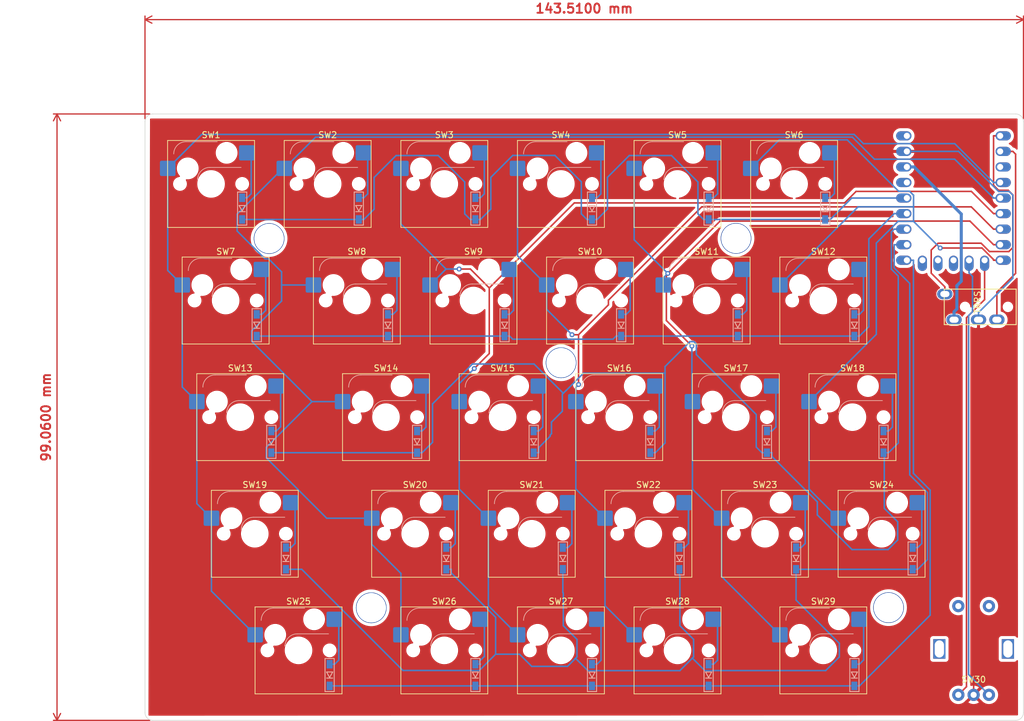
<source format=kicad_pcb>
(kicad_pcb (version 20221018) (generator pcbnew)
  (layers (0 "F.Cu" signal) (31 "B.Cu" signal) (34 "B.Paste" user) (35 "F.Paste" user) (36 "B.SilkS" user "B.Silkscreen") (37 "F.SilkS" user "F.Silkscreen") (38 "B.Mask" user) (39 "F.Mask" user) (44 "Edge.Cuts" user))
  (net 0 "")
  (net 1 "row0")
  (net 2 "Net-(D1-A)")
  (net 3 "Net-(D2-A)")
  (net 4 "Net-(D3-A)")
  (net 5 "Net-(D4-A)")
  (net 6 "Net-(D5-A)")
  (net 7 "Net-(D6-A)")
  (net 8 "row1")
  (net 9 "Net-(D7-A)")
  (net 10 "Net-(D8-A)")
  (net 11 "Net-(D9-A)")
  (net 12 "Net-(D10-A)")
  (net 13 "Net-(D11-A)")
  (net 14 "Net-(D12-A)")
  (net 15 "row2")
  (net 16 "Net-(D13-A)")
  (net 17 "Net-(D14-A)")
  (net 18 "Net-(D15-A)")
  (net 19 "Net-(D16-A)")
  (net 20 "Net-(D17-A)")
  (net 21 "Net-(D18-A)")
  (net 22 "row3")
  (net 23 "Net-(D19-A)")
  (net 24 "Net-(D20-A)")
  (net 25 "Net-(D21-A)")
  (net 26 "Net-(D22-A)")
  (net 27 "Net-(D23-A)")
  (net 28 "Net-(D24-A)")
  (net 29 "row4")
  (net 30 "Net-(D25-A)")
  (net 31 "Net-(D26-A)")
  (net 32 "Net-(D27-A)")
  (net 33 "Net-(D28-A)")
  (net 34 "Net-(D29-A)")
  (net 35 "col0")
  (net 36 "col1")
  (net 37 "col2")
  (net 38 "col3")
  (net 39 "col4")
  (net 40 "col5")
  (net 41 "SDA")
  (net 42 "SCL")
  (net 44 "A")
  (net 45 "B")
  (net 50 "+3.3V")
  (net 51 "GND")
  (footprint "KeySwitchLib:HOLE" (layer "F.Cu") (at 171.8818 67.4878)
    (fp_text reference "Ref01")
    (fp_text value "Val**")
  )
  (footprint "KeySwitchLib:SW_Hotswap_Kailh_MX_1.50u" (layer "F.Cu") (at 90.8901 96.6936)
    (fp_text reference "SW13")
    (fp_text value "SW_PUSH")
  )
  (footprint "KeySwitchLib:SW_Hotswap_Kailh_MX_1.00u" (layer "F.Cu") (at 148.0401 77.6436)
    (fp_text reference "SW10")
    (fp_text value "SW_PUSH")
  )
  (footprint "KeySwitchLib:SW_Hotswap_Kailh_MX_1.00u" (layer "F.Cu") (at 171.8526 96.6936)
    (fp_text reference "SW17")
    (fp_text value "SW_PUSH")
  )
  (footprint "KeySwitchLib:SW_Hotswap_Kailh_MX_1.50u" (layer "F.Cu") (at 100.4151 134.7936)
    (fp_text reference "SW25")
    (fp_text value "SW_PUSH")
  )
  (footprint "KeySwitchLib:SW_Hotswap_Kailh_MX_1.00u" (layer "F.Cu") (at 176.6151 115.7436)
    (fp_text reference "SW23")
    (fp_text value "SW_PUSH")
  )
  (footprint "KeySwitchLib:SW_Hotswap_Kailh_MX_1.00u" (layer "F.Cu") (at 86.1276 58.5936)
    (fp_text reference "SW1")
    (fp_text value "SW_PUSH")
  )
  (footprint "KeySwitchLib:SW_Hotswap_Kailh_MX_1.00u" (layer "F.Cu") (at 128.9901 77.6436)
    (fp_text reference "SW9")
    (fp_text value "SW_PUSH")
  )
  (footprint "KeySwitchLib:SW_Hotswap_Kailh_MX_1.00u" (layer "F.Cu") (at 162.3276 58.5936)
    (fp_text reference "SW5")
    (fp_text value "SW_PUSH")
  )
  (footprint "KeySwitchLib:SW_Hotswap_Kailh_MX_1.00u" (layer "F.Cu") (at 133.7526 96.6936)
    (fp_text reference "SW15")
    (fp_text value "SW_PUSH")
  )
  (footprint "KeySwitchLib:SW_Hotswap_Kailh_MX_1.50u" (layer "F.Cu") (at 186.1401 134.7936)
    (fp_text reference "SW29")
    (fp_text value "SW_PUSH")
  )
  (footprint "KeySwitchLib:rp2040-zero-tht" (layer "F.Cu") (at 207.4126 60.8986)
    (fp_text reference "U1" hide)
    (fp_text value "rp2040-zero" hide)
  )
  (footprint "KeySwitchLib:SW_Hotswap_Kailh_MX_1.00u" (layer "F.Cu") (at 190.9026 96.6936)
    (fp_text reference "SW18")
    (fp_text value "SW_PUSH")
  )
  (footprint "KeySwitchLib:SW_Hotswap_Kailh_MX_1.00u" (layer "F.Cu") (at 143.2776 58.5936)
    (fp_text reference "SW4")
    (fp_text value "SW_PUSH")
  )
  (footprint "KeySwitchLib:HOLE" (layer "F.Cu") (at 196.7992 127.8128)
    (fp_text reference "Ref04")
    (fp_text value "Val**")
  )
  (footprint "KeySwitchLib:RotaryEncoder_EC11-Switch" (layer "F.Cu") (at 210.7026 134.5586)
    (fp_text reference "SW30")
    (fp_text value "RotaryEncoder")
  )
  (footprint "KeySwitchLib:SW_Hotswap_Kailh_MX_1.00u" (layer "F.Cu") (at 195.6651 115.7436)
    (fp_text reference "SW24")
    (fp_text value "SW_PUSH")
  )
  (footprint "KeySwitchLib:SW_Hotswap_Kailh_MX_1.00u" (layer "F.Cu") (at 181.3776 58.5936)
    (fp_text reference "SW6")
    (fp_text value "SW_PUSH")
  )
  (footprint "KeySwitchLib:SW_Hotswap_Kailh_MX_1.00u" (layer "F.Cu") (at 124.2276 58.5936)
    (fp_text reference "SW3")
    (fp_text value "SW_PUSH")
  )
  (footprint "KeySwitchLib:SW_Hotswap_Kailh_MX_1.00u" (layer "F.Cu") (at 114.7026 96.6936)
    (fp_text reference "SW14")
    (fp_text value "SW_PUSH")
  )
  (footprint "KeySwitchLib:SW_Hotswap_Kailh_MX_1.00u" (layer "F.Cu") (at 138.5151 115.7436)
    (fp_text reference "SW21")
    (fp_text value "SW_PUSH")
  )
  (footprint "KeySwitchLib:SW_Hotswap_Kailh_MX_1.00u" (layer "F.Cu") (at 152.8026 96.6936)
    (fp_text reference "SW16")
    (fp_text value "SW_PUSH")
  )
  (footprint "KeySwitchLib:SW_Hotswap_Kailh_MX_1.00u" (layer "F.Cu") (at 186.1401 77.6436)
    (fp_text reference "SW12")
    (fp_text value "SW_PUSH")
  )
  (footprint "KeySwitchLib:SW_Hotswap_Kailh_MX_1.75u" (layer "F.Cu") (at 93.2714 115.7436)
    (fp_text reference "SW19")
    (fp_text value "SW_PUSH")
  )
  (footprint "KeySwitchLib:SW_Hotswap_Kailh_MX_1.00u" (layer "F.Cu") (at 157.5651 115.7436)
    (fp_text reference "SW22")
    (fp_text value "SW_PUSH")
  )
  (footprint "KeySwitchLib:HOLE" (layer "F.Cu") (at 112.2934 127.8382)
    (fp_text reference "Ref03")
    (fp_text value "Val**")
  )
  (footprint "KeySwitchLib:SW_Hotswap_Kailh_MX_1.25u" (layer "F.Cu") (at 88.5089 77.6436)
    (fp_text reference "SW7")
    (fp_text value "SW_PUSH")
  )
  (footprint "KeySwitchLib:SW_Hotswap_Kailh_MX_1.00u" (layer "F.Cu") (at 167.0901 77.6436)
    (fp_text reference "SW11")
    (fp_text value "SW_PUSH")
  )
  (footprint "KeySwitchLib:HOLE" (layer "F.Cu") (at 143.3068 87.8078)
    (fp_text reference "Ref05")
    (fp_text value "Val**")
  )
  (footprint "KeySwitchLib:SW_Hotswap_Kailh_MX_1.00u" (layer "F.Cu") (at 109.9401 77.6436)
    (fp_text reference "SW8")
    (fp_text value "SW_PUSH")
  )
  (footprint "KeySwitchLib:SW_Hotswap_Kailh_MX_1.00u" (layer "F.Cu") (at 105.1776 58.5936)
    (fp_text reference "SW2")
    (fp_text value "SW_PUSH")
  )
  (footprint "KeySwitchLib:SW_Hotswap_Kailh_MX_1.00u" (layer "F.Cu") (at 119.4651 115.7436)
    (fp_text reference "SW20")
    (fp_text value "SW_PUSH")
  )
  (footprint "KeySwitchLib:SW_Hotswap_Kailh_MX_1.00u" (layer "F.Cu") (at 143.2776 134.7936)
    (fp_text reference "SW27")
    (fp_text value "SW_PUSH")
  )
  (footprint "KeySwitchLib:MJ-4PP-9_1side" (layer "F.Cu") (at 217.8026 78.6786 -90)
    (fp_text reference "J1")
    (fp_text value "TRRS" hide)
  )
  (footprint "KeySwitchLib:SW_Hotswap_Kailh_MX_1.00u" (layer "F.Cu") (at 162.3276 134.7936)
    (fp_text reference "SW28")
    (fp_text value "SW_PUSH")
  )
  (footprint "KeySwitchLib:HOLE" (layer "F.Cu") (at 95.6056 67.5132)
    (fp_text reference "Ref02")
    (fp_text value "Val**")
  )
  (footprint "KeySwitchLib:SW_Hotswap_Kailh_MX_1.00u" (layer "F.Cu") (at 124.2276 134.7936)
    (fp_text reference "SW26")
    (fp_text value "SW_PUSH")
  )
  (footprint "KeySwitchLib:D3_SMD_v2" (layer "B.Cu") (at 93.5889 81.6736 90)
    (fp_text reference "D7" hide)
    (fp_text value "1N4148" hide)
  )
  (footprint "KeySwitchLib:D3_SMD_v2" (layer "B.Cu") (at 153.1201 81.6736 90)
    (fp_text reference "D10" hide)
    (fp_text value "1N4148" hide)
  )
  (footprint "KeySwitchLib:D3_SMD_v2" (layer "B.Cu") (at 167.4076 62.6236 90)
    (fp_text reference "D5" hide)
    (fp_text value "1N4148" hide)
  )
  (footprint "KeySwitchLib:D3_SMD_v2" (layer "B.Cu") (at 191.2201 81.6736 90)
    (fp_text reference "D12" hide)
    (fp_text value "1N4148" hide)
  )
  (footprint "KeySwitchLib:D3_SMD_v2" (layer "B.Cu") (at 167.4076 138.8236 90)
    (fp_text reference "D28" hide)
    (fp_text value "1N4148" hide)
  )
  (footprint "KeySwitchLib:D3_SMD_v2" (layer "B.Cu") (at 181.6951 119.7736 90)
    (fp_text reference "D23" hide)
    (fp_text value "1N4148" hide)
  )
  (footprint "KeySwitchLib:D3_SMD_v2" (layer "B.Cu") (at 115.0201 81.6736 90)
    (fp_text reference "D8" hide)
    (fp_text value "1N4148" hide)
  )
  (footprint "KeySwitchLib:D3_SMD_v2" (layer "B.Cu") (at 119.7826 100.7236 90)
    (fp_text reference "D14" hide)
    (fp_text value "1N4148" hide)
  )
  (footprint "KeySwitchLib:D3_SMD_v2" (layer "B.Cu") (at 200.7451 119.7736 90)
    (fp_text reference "D24" hide)
    (fp_text value "1N4148" hide)
  )
  (footprint "KeySwitchLib:D3_SMD_v2" (layer "B.Cu") (at 129.3076 138.8236 90)
    (fp_text reference "D26" hide)
    (fp_text value "1N4148" hide)
  )
  (footprint "KeySwitchLib:D3_SMD_v2" (layer "B.Cu") (at 95.9701 100.7236 90)
    (fp_text reference "D13" hide)
    (fp_text value "1N4148" hide)
  )
  (footprint "KeySwitchLib:D3_SMD_v2" (layer "B.Cu") (at 176.9326 100.7236 90)
    (fp_text reference "D17" hide)
    (fp_text value "1N4148" hide)
  )
  (footprint "KeySwitchLib:D3_SMD_v2" (layer "B.Cu") (at 148.3576 138.8236 90)
    (fp_text reference "D27" hide)
    (fp_text value "1N4148" hide)
  )
  (footprint "KeySwitchLib:D3_SMD_v2" (layer "B.Cu") (at 91.2076 62.6236 90)
    (fp_text reference "D1" hide)
    (fp_text value "1N4148" hide)
  )
  (footprint "KeySwitchLib:D3_SMD_v2" (layer "B.Cu") (at 110.2576 62.6236 90)
    (fp_text reference "D2" hide)
    (fp_text value "1N4148" hide)
  )
  (footprint "KeySwitchLib:D3_SMD_v2" (layer "B.Cu") (at 172.1701 81.6736 90)
    (fp_text reference "D11" hide)
    (fp_text value "1N4148" hide)
  )
  (footprint "KeySwitchLib:D3_SMD_v2" (layer "B.Cu") (at 124.5451 119.7736 90)
    (fp_text reference "D20" hide)
    (fp_text value "1N4148" hide)
  )
  (footprint "KeySwitchLib:D3_SMD_v2" (layer "B.Cu") (at 162.6451 119.7736 90)
    (fp_text reference "D22" hide)
    (fp_text value "1N4148" hide)
  )
  (footprint "KeySwitchLib:D3_SMD_v2" (layer "B.Cu") (at 191.2201 138.8236 90)
    (fp_text reference "D29" hide)
    (fp_text value "1N4148" hide)
  )
  (footprint "KeySwitchLib:D3_SMD_v2" (layer "B.Cu") (at 138.8326 100.7236 90)
    (fp_text reference "D15" hide)
    (fp_text value "1N4148" hide)
  )
  (footprint "KeySwitchLib:D3_SMD_v2" (layer "B.Cu") (at 134.0701 81.6736 90)
    (fp_text reference "D9" hide)
    (fp_text value "1N4148" hide)
  )
  (footprint "KeySwitchLib:D3_SMD_v2" (layer "B.Cu") (at 148.3576 62.6236 90)
    (fp_text reference "D4" hide)
    (fp_text value "1N4148" hide)
  )
  (footprint "KeySwitchLib:D3_SMD_v2" (layer "B.Cu") (at 143.5951 119.7736 90)
    (fp_text reference "D21" hide)
    (fp_text value "1N4148" hide)
  )
  (footprint "KeySwitchLib:D3_SMD_v2" (layer "B.Cu") (at 129.3076 62.6236 90)
    (fp_text reference "D3" hide)
    (fp_text value "1N4148" hide)
  )
  (footprint "KeySwitchLib:D3_SMD_v2" (layer "B.Cu") (at 186.4576 62.6236 90)
    (fp_text reference "D6" hide)
    (fp_text value "1N4148" hide)
  )
  (footprint "KeySwitchLib:D3_SMD_v2" (layer "B.Cu") (at 105.4951 138.8236 90)
    (fp_text reference "D25" hide)
    (fp_text value "1N4148" hide)
  )
  (footprint "KeySwitchLib:D3_SMD_v2" (layer "B.Cu") (at 98.3514 119.7736 90)
    (fp_text reference "D19" hide)
    (fp_text value "1N4148" hide)
  )
  (footprint "KeySwitchLib:D3_SMD_v2" (layer "B.Cu") (at 157.8826 100.7236 90)
    (fp_text reference "D16" hide)
    (fp_text value "1N4148" hide)
  )
  (footprint "KeySwitchLib:D3_SMD_v2" (layer "B.Cu") (at 195.9826 100.7236 90)
    (fp_text reference "D18" hide)
    (fp_text value "1N4148" hide)
  )
  (gr_arc (start 75.3326 48.4336) (mid 75.704574 47.535574) (end 76.6026 47.1636) (stroke (width 0.1)) (layer "Edge.Cuts"))
  (gr_line (start 217.5726 146.2236) (end 76.6026 146.2236) (stroke (width 0.1)) (layer "Edge.Cuts"))
  (gr_arc (start 76.6026 146.2236) (mid 75.704574 145.851626) (end 75.3326 144.9536) (stroke (width 0.1)) (layer "Edge.Cuts"))
  (gr_line (start 218.8426 144.9536) (end 218.8426 48.4336) (stroke (width 0.1)) (layer "Edge.Cuts"))
  (gr_arc (start 218.8426 144.9536) (mid 218.470626 145.851626) (end 217.5726 146.2236) (stroke (width 0.1)) (layer "Edge.Cuts"))
  (gr_line (start 217.5726 47.1636) (end 76.6026 47.1636) (stroke (width 0.1)) (layer "Edge.Cuts"))
  (gr_arc (start 217.5726 47.1636) (mid 218.470626 47.535574) (end 218.8426 48.4336) (stroke (width 0.1)) (layer "Edge.Cuts"))
  (gr_line (start 75.3326 144.9536) (end 75.3326 48.4336) (stroke (width 0.1)) (layer "Edge.Cuts"))
  (dimension (type aligned) (layer "F.Cu") (pts (xy 75.3326 48.4336) (xy 218.8426 48.4336)) (height -16.6836) (gr_text "143.5100 mm" (at 147.0876 29.95) (layer "F.Cu") (effects (font (size 1.5 1.5) (thickness 0.3)))) (format (prefix "") (suffix "") (units 3) (units_format 1) (precision 4)) (style (thickness 0.2) (arrow_length 1.27) (text_position_mode 0) (extension_height 0.58642) (extension_offset 0.5) keep_text_aligned))
  (dimension (type aligned) (layer "F.Cu") (pts (xy 76.6026 47.1636) (xy 76.6026 146.2236)) (height 15.6426) (gr_text "99.0600 mm" (at 59.16 96.6936 90) (layer "F.Cu") (effects (font (size 1.5 1.5) (thickness 0.3)))) (format (prefix "") (suffix "") (units 3) (units_format 1) (precision 4)) (style (thickness 0.2) (arrow_length 1.27) (text_position_mode 0) (extension_height 0.58642) (extension_offset 0.5) keep_text_aligned))
  (segment (start 186.4576 64.3986) (end 187.2827 64.3986) (width 0.25) (layer "B.Cu") (net 1))
  (segment (start 110.4314 64.3986) (end 111.0827 64.3986) (width 0.25) (layer "B.Cu") (net 1))
  (segment (start 131.8324 62.6989) (end 130.1327 64.3986) (width 0.25) (layer "B.Cu") (net 1))
  (segment (start 127.5632 63.4793) (end 127.5632 58.2806) (width 0.25) (layer "B.Cu") (net 1))
  (segment (start 112.7622 62.7191) (end 111.0827 64.3986) (width 0.25) (layer "B.Cu") (net 1))
  (segment (start 110.2576 64.3986) (end 91.2076 64.3986) (width 0.25) (layer "B.Cu") (net 1))
  (segment (start 131.8324 57.5159) (end 131.8324 62.6989) (width 0.25) (layer "B.Cu") (net 1))
  (segment (start 148.7702 64.3986) (end 148.3576 64.3986) (width 0.25) (layer "B.Cu") (net 1))
  (segment (start 135.4121 53.9362) (end 131.8324 57.5159) (width 0.25) (layer "B.Cu") (net 1))
  (segment (start 123.2352 53.9526) (end 116.3475 53.9526) (width 0.25) (layer "B.Cu") (net 1))
  (segment (start 127.5632 58.2806) (end 123.2352 53.9526) (width 0.25) (layer "B.Cu") (net 1))
  (segment (start 148.3576 64.3986) (end 147.5325 64.3986) (width 0.25) (layer "B.Cu") (net 1))
  (segment (start 154.4451 53.9526) (end 150.8824 57.5153) (width 0.25) (layer "B.Cu") (net 1))
  (segment (start 186.4576 64.3986) (end 167.4076 64.3986) (width 0.25) (layer "B.Cu") (net 1))
  (segment (start 142.3009 53.9362) (end 135.4121 53.9362) (width 0.25) (layer "B.Cu") (net 1))
  (segment (start 116.3475 53.9526) (end 112.7622 57.5379) (width 0.25) (layer "B.Cu") (net 1))
  (segment (start 128.4825 64.3986) (end 127.5632 63.4793) (width 0.25) (layer "B.Cu") (net 1))
  (segment (start 161.3352 53.9526) (end 154.4451 53.9526) (width 0.25) (layer "B.Cu") (net 1))
  (segment (start 146.6132 63.4793) (end 146.6132 58.2485) (width 0.25) (layer "B.Cu") (net 1))
  (segment (start 146.6132 58.2485) (end 142.3009 53.9362) (width 0.25) (layer "B.Cu") (net 1))
  (segment (start 150.8824 62.6989) (end 149.1827 64.3986) (width 0.25) (layer "B.Cu") (net 1))
  (segment (start 148.7702 64.3986) (end 149.1827 64.3986) (width 0.25) (layer "B.Cu") (net 1))
  (segment (start 167.4076 64.3986) (end 166.5825 64.3986) (width 0.25) (layer "B.Cu") (net 1))
  (segment (start 165.6632 58.2806) (end 161.3352 53.9526) (width 0.25) (layer "B.Cu") (net 1))
  (segment (start 112.7622 57.5379) (end 112.7622 62.7191) (width 0.25) (layer "B.Cu") (net 1))
  (segment (start 166.5825 64.3986) (end 165.6632 63.4793) (width 0.25) (layer "B.Cu") (net 1))
  (segment (start 110.4314 64.3986) (end 110.2576 64.3986) (width 0.25) (layer "B.Cu") (net 1))
  (segment (start 129.3076 64.3986) (end 128.4825 64.3986) (width 0.25) (layer "B.Cu") (net 1))
  (segment (start 187.2827 64.3986) (end 190.7827 60.8986) (width 0.25) (layer "B.Cu") (net 1))
  (segment (start 150.8824 57.5153) (end 150.8824 62.6989) (width 0.25) (layer "B.Cu") (net 1))
  (segment (start 165.6632 63.4793) (end 165.6632 58.2806) (width 0.25) (layer "B.Cu") (net 1))
  (segment (start 190.7827 60.8986) (end 199.7926 60.8986) (width 0.25) (layer "B.Cu") (net 1))
  (segment (start 147.5325 64.3986) (end 146.6132 63.4793) (width 0.25) (layer "B.Cu") (net 1))
  (segment (start 129.3076 64.3986) (end 130.1327 64.3986) (width 0.25) (layer "B.Cu") (net 1))
  (segment (start 91.2076 60.8486) (end 92.0327 60.8486) (width 0.25) (layer "B.Cu") (net 2))
  (segment (start 92.0327 60.8486) (end 92.6782 60.2031) (width 0.25) (layer "B.Cu") (net 2))
  (segment (start 92.6782 60.2031) (end 92.6782 54.2222) (width 0.25) (layer "B.Cu") (net 2))
  (segment (start 92.6782 54.2222) (end 91.9696 53.5136) (width 0.25) (layer "B.Cu") (net 2))
  (segment (start 111.0827 60.8486) (end 111.7157 60.2156) (width 0.25) (layer "B.Cu") (net 3))
  (segment (start 111.7157 60.2156) (end 111.7157 54.2097) (width 0.25) (layer "B.Cu") (net 3))
  (segment (start 111.7157 54.2097) (end 111.0196 53.5136) (width 0.25) (layer "B.Cu") (net 3))
  (segment (start 110.2576 60.8486) (end 111.0827 60.8486) (width 0.25) (layer "B.Cu") (net 3))
  (segment (start 130.7635 54.2075) (end 130.0696 53.5136) (width 0.25) (layer "B.Cu") (net 4))
  (segment (start 130.1327 60.8486) (end 130.7635 60.2178) (width 0.25) (layer "B.Cu") (net 4))
  (segment (start 129.3076 60.8486) (end 130.1327 60.8486) (width 0.25) (layer "B.Cu") (net 4))
  (segment (start 130.7635 60.2178) (end 130.7635 54.2075) (width 0.25) (layer "B.Cu") (net 4))
  (segment (start 149.8082 60.2231) (end 149.8082 54.2022) (width 0.25) (layer "B.Cu") (net 5))
  (segment (start 148.3576 60.8486) (end 149.1827 60.8486) (width 0.25) (layer "B.Cu") (net 5))
  (segment (start 149.1827 60.8486) (end 149.8082 60.2231) (width 0.25) (layer "B.Cu") (net 5))
  (segment (start 149.8082 54.2022) (end 149.1196 53.5136) (width 0.25) (layer "B.Cu") (net 5))
  (segment (start 167.4076 60.8486) (end 168.2327 60.8486) (width 0.25) (layer "B.Cu") (net 6))
  (segment (start 168.8782 60.2031) (end 168.8782 54.2222) (width 0.25) (layer "B.Cu") (net 6))
  (segment (start 168.8782 54.2222) (end 168.1696 53.5136) (width 0.25) (layer "B.Cu") (net 6))
  (segment (start 168.2327 60.8486) (end 168.8782 60.2031) (width 0.25) (layer "B.Cu") (net 6))
  (segment (start 187.957 54.251) (end 187.2196 53.5136) (width 0.25) (layer "B.Cu") (net 7))
  (segment (start 186.4576 60.8486) (end 187.2827 60.8486) (width 0.25) (layer "B.Cu") (net 7))
  (segment (start 187.957 60.1743) (end 187.957 54.251) (width 0.25) (layer "B.Cu") (net 7))
  (segment (start 187.2827 60.8486) (end 187.957 60.1743) (width 0.25) (layer "B.Cu") (net 7))
  (segment (start 152.7076 83.4486) (end 153.1201 83.4486) (width 0.25) (layer "B.Cu") (net 8))
  (segment (start 152.7076 83.4486) (end 152.295 83.4486) (width 0.25) (layer "B.Cu") (net 8))
  (segment (start 151.7906 83.953) (end 152.295 83.4486) (width 0.25) (layer "B.Cu") (net 8))
  (segment (start 134.0701 83.4486) (end 115.0201 83.4486) (width 0.25) (layer "B.Cu") (net 8))
  (segment (start 135.3996 83.953) (end 151.7906 83.953) (width 0.25) (layer "B.Cu") (net 8))
  (segment (start 192.0452 83.4486) (end 193.5833 81.9105) (width 0.25) (layer "B.Cu") (net 8))
  (segment (start 191.2201 83.4486) (end 192.0452 83.4486) (width 0.25) (layer "B.Cu") (net 8))
  (segment (start 193.5833 67.5728) (end 197.7175 63.4386) (width 0.25) (layer "B.Cu") (net 8))
  (segment (start 193.5833 81.9105) (end 193.5833 67.5728) (width 0.25) (layer "B.Cu") (net 8))
  (segment (start 115.0201 83.4486) (end 93.5889 83.4486) (width 0.25) (layer "B.Cu") (net 8))
  (segment (start 134.4827 83.4486) (end 134.0701 83.4486) (width 0.25) (layer "B.Cu") (net 8))
  (segment (start 172.1701 83.4486) (end 191.2201 83.4486) (width 0.25) (layer "B.Cu") (net 8))
  (segment (start 134.8952 83.4486) (end 135.3996 83.953) (width 0.25) (layer "B.Cu") (net 8))
  (segment (start 199.7926 63.4386) (end 197.7175 63.4386) (width 0.25) (layer "B.Cu") (net 8))
  (segment (start 153.1201 83.4486) (end 172.1701 83.4486) (width 0.25) (layer "B.Cu") (net 8))
  (segment (start 134.4827 83.4486) (end 134.8952 83.4486) (width 0.25) (layer "B.Cu") (net 8))
  (segment (start 95.0534 73.2661) (end 94.3509 72.5636) (width 0.25) (layer "B.Cu") (net 9))
  (segment (start 95.0534 79.2592) (end 95.0534 73.2661) (width 0.25) (layer "B.Cu") (net 9))
  (segment (start 93.5889 79.8986) (end 94.414 79.8986) (width 0.25) (layer "B.Cu") (net 9))
  (segment (start 94.414 79.8986) (end 95.0534 79.2592) (width 0.25) (layer "B.Cu") (net 9))
  (segment (start 115.0201 79.8986) (end 115.8452 79.8986) (width 0.25) (layer "B.Cu") (net 10))
  (segment (start 115.8452 79.8986) (end 116.4907 79.2531) (width 0.25) (layer "B.Cu") (net 10))
  (segment (start 116.4907 79.2531) (end 116.4907 73.2722) (width 0.25) (layer "B.Cu") (net 10))
  (segment (start 116.4907 73.2722) (end 115.7821 72.5636) (width 0.25) (layer "B.Cu") (net 10))
  (segment (start 135.5407 73.2722) (end 134.8321 72.5636) (width 0.25) (layer "B.Cu") (net 11))
  (segment (start 134.0701 79.8986) (end 134.8952 79.8986) (width 0.25) (layer "B.Cu") (net 11))
  (segment (start 134.8952 79.8986) (end 135.5407 79.2531) (width 0.25) (layer "B.Cu") (net 11))
  (segment (start 135.5407 79.2531) (end 135.5407 73.2722) (width 0.25) (layer "B.Cu") (net 11))
  (segment (start 154.5907 73.2722) (end 153.8821 72.5636) (width 0.25) (layer "B.Cu") (net 12))
  (segment (start 154.5907 79.2531) (end 154.5907 73.2722) (width 0.25) (layer "B.Cu") (net 12))
  (segment (start 153.9452 79.8986) (end 154.5907 79.2531) (width 0.25) (layer "B.Cu") (net 12))
  (segment (start 153.1201 79.8986) (end 153.9452 79.8986) (width 0.25) (layer "B.Cu") (net 12))
  (segment (start 173.6407 79.2531) (end 172.9952 79.8986) (width 0.25) (layer "B.Cu") (net 13))
  (segment (start 172.1701 79.8986) (end 172.9952 79.8986) (width 0.25) (layer "B.Cu") (net 13))
  (segment (start 173.6407 73.2722) (end 173.6407 79.2531) (width 0.25) (layer "B.Cu") (net 13))
  (segment (start 172.9321 72.5636) (end 173.6407 73.2722) (width 0.25) (layer "B.Cu") (net 13))
  (segment (start 192.7022 73.2837) (end 191.9821 72.5636) (width 0.25) (layer "B.Cu") (net 14))
  (segment (start 192.7022 79.2416) (end 192.7022 73.2837) (width 0.25) (layer "B.Cu") (net 14))
  (segment (start 191.2201 79.8986) (end 192.0452 79.8986) (width 0.25) (layer "B.Cu") (net 14))
  (segment (start 192.0452 79.8986) (end 192.7022 79.2416) (width 0.25) (layer "B.Cu") (net 14))
  (segment (start 197.2674 72.5245) (end 197.2674 66.4287) (width 0.25) (layer "B.Cu") (net 15))
  (segment (start 197.2674 66.4287) (end 197.7175 65.9786) (width 0.25) (layer "B.Cu") (net 15))
  (segment (start 160.2875 88.4275) (end 164.3662 84.3488) (width 0.25) (layer "B.Cu") (net 15))
  (segment (start 185.1692 110.5318) (end 177.7577 103.1203) (width 0.25) (layer "B.Cu") (net 15))
  (segment (start 160.2875 89.5082) (end 146.9665 89.5082) (width 0.25) (layer "B.Cu") (net 15))
  (segment (start 196.1044 102.4986) (end 195.9826 102.4986) (width 0.25) (layer "B.Cu") (net 15))
  (segment (start 160.2875 89.5082) (end 160.2875 88.4275) (width 0.25) (layer "B.Cu") (net 15))
  (segment (start 196.3952 102.4986) (end 196.1044 102.4986) (width 0.25) (layer "B.Cu") (net 15))
  (segment (start 120.1732 102.4986) (end 119.7826 102.4986) (width 0.25) (layer "B.Cu") (net 15))
  (segment (start 120.1732 102.4986) (end 120.6077 102.4986) (width 0.25) (layer "B.Cu") (net 15))
  (segment (start 143.5133 95.7297) (end 141.7399 97.5031) (width 0.25) (layer "B.Cu") (net 15))
  (segment (start 143.6663 92.7885) (end 143.5133 92.9415) (width 0.25) (layer "B.Cu") (net 15))
  (segment (start 143.6663 92.7885) (end 138.8898 88.0121) (width 0.25) (layer "B.Cu") (net 15))
  (segment (start 198.2942 113.7813) (end 198.2942 116.7588) (width 0.25) (layer "B.Cu") (net 15))
  (segment (start 157.8826 102.4986) (end 158.7077 102.4986) (width 0.25) (layer "B.Cu") (net 15))
  (segment (start 122.3074 100.7989) (end 120.6077 102.4986) (width 0.25) (layer "B.Cu") (net 15))
  (segment (start 176.9326 102.4986) (end 176.1075 102.4986) (width 0.25) (layer "B.Cu") (net 15))
  (segment (start 144.1364 92.3383) (end 144.1165 92.3383) (width 0.25) (layer "B.Cu") (net 15))
  (segment (start 164.3662 84.3488) (end 165.0058 84.3488) (width 0.25) (layer "B.Cu") (net 15))
  (segment (start 141.7399 97.5031) (end 141.7399 99.3988) (width 0.25) (layer "B.Cu") (net 15))
  (segment (start 199.7926 65.9786) (end 197.7175 65.9786) (width 0.25) (layer "B.Cu") (net 15))
  (segment (start 175.1882 101.5793) (end 176.1075 102.4986) (width 0.25) (layer "B.Cu") (net 15))
  (segment (start 119.7826 102.4986) (end 95.9701 102.4986) (width 0.25) (layer "B.Cu") (net 15))
  (segment (start 198.3901 73.6472) (end 197.2674 72.5245) (width 0.25) (layer "B.Cu") (net 15))
  (segment (start 138.8898 88.0121) (end 128.8212 88.0121) (width 0.25) (layer "B.Cu") (net 15))
  (segment (start 141.5277 99.8035) (end 139.6577 101.6735) (width 0.25) (layer "B.Cu") (net 15))
  (segment (start 165.0058 84.3488) (end 165.4005 84.7435) (width 0.25) (layer "B.Cu") (net 15))
  (segment (start 196.7334 118.3196) (end 190.8254 118.3196) (width 0.25) (layer "B.Cu") (net 15))
  (segment (start 141.7399 99.3988) (end 141.5277 99.611) (width 0.25) (layer "B.Cu") (net 15))
  (segment (start 175.1882 96.2589) (end 175.1882 101.5793) (width 0.25) (layer "B.Cu") (net 15))
  (segment (start 198.2942 116.7588) (end 196.7334 118.3196) (width 0.25) (layer "B.Cu") (net 15))
  (segment (start 196.8077 102.4986) (end 198.3901 100.9162) (width 0.25) (layer "B.Cu") (net 15))
  (segment (start 160.2875 89.5082) (end 160.2875 100.9188) (width 0.25) (layer "B.Cu") (net 15))
  (segment (start 196.1044 102.4986) (end 196.1044 111.5915) (width 0.25) (layer "B.Cu") (net 15))
  (segment (start 190.8254 118.3196) (end 185.1692 112.6634) (width 0.25) (layer "B.Cu") (net 15))
  (segment (start 146.9665 89.5082) (end 144.1364 92.3383) (width 0.25) (layer "B.Cu") (net 15))
  (segment (start 128.8212 88.0121) (end 122.3074 94.5259) (width 0.25) (layer "B.Cu") (net 15))
  (segment (start 144.1165 92.3383) (end 143.6663 92.7885) (width 0.25) (layer "B.Cu") (net 15))
  (segment (start 196.3952 102.4986) (end 196.8077 102.4986) (width 0.25) (layer "B.Cu") (net 15))
  (segment (start 177.7577 103.1203) (end 177.7577 102.4986) (width 0.25) (layer "B.Cu") (net 15))
  (segment (start 196.1044 111.5915) (end 198.2942 113.7813) (width 0.25) (layer "B.Cu") (net 15))
  (segment (start 185.1692 112.6634) (end 185.1692 110.5318) (width 0.25) (layer "B.Cu") (net 15))
  (segment (start 160.2875 100.9188) (end 158.7077 102.4986) (width 0.25) (layer "B.Cu") (net 15))
  (segment (start 165.4005 84.7435) (end 165.4005 86.4712) (width 0.25) (layer "B.Cu") (net 15))
  (segment (start 198.3901 100.9162) (end 198.3901 73.6472) (width 0.25) (layer "B.Cu") (net 15))
  (segment (start 138.8326 102.4986) (end 139.6577 102.4986) (width 0.25) (layer "B.Cu") (net 15))
  (segment (start 176.9326 102.4986) (end 177.7577 102.4986) (width 0.25) (layer "B.Cu") (net 15))
  (segment (start 139.6577 101.6735) (end 139.6577 102.4986) (width 0.25) (layer "B.Cu") (net 15))
  (segment (start 141.5277 99.611) (end 141.5277 99.8035) (width 0.25) (layer "B.Cu") (net 15))
  (segment (start 165.4005 86.4712) (end 175.1882 96.2589) (width 0.25) (layer "B.Cu") (net 15))
  (segment (start 122.3074 94.5259) (end 122.3074 100.7989) (width 0.25) (layer "B.Cu") (net 15))
  (segment (start 143.5133 92.9415) (end 143.5133 95.7297) (width 0.25) (layer "B.Cu") (net 15))
  (segment (start 97.4833 92.3648) (end 96.7321 91.6136) (width 0.25) (layer "B.Cu") (net 16))
  (segment (start 96.7952 98.9486) (end 97.4833 98.2605) (width 0.25) (layer "B.Cu") (net 16))
  (segment (start 97.4833 98.2605) (end 97.4833 92.3648) (width 0.25) (layer "B.Cu") (net 16))
  (segment (start 95.9701 98.9486) (end 96.7952 98.9486) (width 0.25) (layer "B.Cu") (net 16))
  (segment (start 120.6077 98.9486) (end 121.2349 98.3214) (width 0.25) (layer "B.Cu") (net 17))
  (segment (start 121.2349 92.3039) (end 120.5446 91.6136) (width 0.25) (layer "B.Cu") (net 17))
  (segment (start 121.2349 98.3214) (end 121.2349 92.3039) (width 0.25) (layer "B.Cu") (net 17))
  (segment (start 119.7826 98.9486) (end 120.6077 98.9486) (width 0.25) (layer "B.Cu") (net 17))
  (segment (start 140.3032 92.3222) (end 139.5946 91.6136) (width 0.25) (layer "B.Cu") (net 18))
  (segment (start 139.6577 98.9486) (end 140.3032 98.3031) (width 0.25) (layer "B.Cu") (net 18))
  (segment (start 138.8326 98.9486) (end 139.6577 98.9486) (width 0.25) (layer "B.Cu") (net 18))
  (segment (start 140.3032 98.3031) (end 140.3032 92.3222) (width 0.25) (layer "B.Cu") (net 18))
  (segment (start 159.3532 92.3222) (end 158.6446 91.6136) (width 0.25) (layer "B.Cu") (net 19))
  (segment (start 157.8826 98.9486) (end 158.7077 98.9486) (width 0.25) (layer "B.Cu") (net 19))
  (segment (start 159.3532 98.3031) (end 159.3532 92.3222) (width 0.25) (layer "B.Cu") (net 19))
  (segment (start 158.7077 98.9486) (end 159.3532 98.3031) (width 0.25) (layer "B.Cu") (net 19))
  (segment (start 176.9326 98.9486) (end 177.7577 98.9486) (width 0.25) (layer "B.Cu") (net 20))
  (segment (start 177.7577 98.9486) (end 178.4032 98.3031) (width 0.25) (layer "B.Cu") (net 20))
  (segment (start 178.4032 92.3222) (end 177.6946 91.6136) (width 0.25) (layer "B.Cu") (net 20))
  (segment (start 178.4032 98.3031) (end 178.4032 92.3222) (width 0.25) (layer "B.Cu") (net 20))
  (segment (start 197.4327 92.3017) (end 196.7446 91.6136) (width 0.25) (layer "B.Cu") (net 21))
  (segment (start 196.8077 98.9486) (end 197.4327 98.3236) (width 0.25) (layer "B.Cu") (net 21))
  (segment (start 195.9826 98.9486) (end 196.8077 98.9486) (width 0.25) (layer "B.Cu") (net 21))
  (segment (start 197.4327 98.3236) (end 197.4327 92.3017) (width 0.25) (layer "B.Cu") (net 21))
  (segment (start 132.6121 135.4203) (end 136.5185 135.4203) (width 0.25) (layer "B.Cu") (net 22))
  (segment (start 132.6121 129.3821) (end 125.3702 122.1402) (width 0.25) (layer "B.Cu") (net 22))
  (segment (start 200.2632 74.8453) (end 197.7175 72.2996) (width 0.25) (layer "B.Cu") (net 22))
  (segment (start 125.3702 122.1402) (end 125.3702 121.5486) (width 0.25) (layer "B.Cu") (net 22))
  (segment (start 164.9539 132.9984) (end 162.7172 130.7617) (width 0.25) (layer "B.Cu") (net 22))
  (segment (start 145.9039 135.8621) (end 145.9039 132.9984) (width 0.25) (layer "B.Cu") (net 22))
  (segment (start 117.4632 138.0766) (end 129.9558 138.0766) (width 0.25) (layer "B.Cu") (net 22))
  (segment (start 138.5062 137.408) (end 144.358 137.408) (width 0.25) (layer "B.Cu") (net 22))
  (segment (start 143.5951 125.3444) (end 143.5951 121.5486) (width 0.25) (layer "B.Cu") (net 22))
  (segment (start 200.7451 121.5486) (end 201.5702 121.5486) (width 0.25) (layer "B.Cu") (net 22))
  (segment (start 162.7132 138.1028) (end 164.7558 136.0602) (width 0.25) (layer "B.Cu") (net 22))
  (segment (start 181.6951 126.5783) (end 181.6951 121.5486) (width 0.25) (layer "B.Cu") (net 22))
  (segment (start 164.7558 136.0602) (end 164.9539 135.8621) (width 0.25) (layer "B.Cu") (net 22))
  (segment (start 129.9558 138.0766) (end 132.6121 135.4203) (width 0.25) (layer "B.Cu") (net 22))
  (segment (start 162.6451 121.5486) (end 162.6451 122.5737) (width 0.25) (layer "B.Cu") (net 22))
  (segment (start 100.9352 121.5486) (end 117.4632 138.0766) (width 0.25) (layer "B.Cu") (net 22))
  (segment (start 145.9039 132.9984) (end 143.6672 130.7617) (width 0.25) (layer "B.Cu") (net 22))
  (segment (start 164.9539 135.8621) (end 164.9539 132.9984) (width 0.25) (layer "B.Cu") (net 22))
  (segment (start 188.7664 135.8621) (end 188.7664 133.6496) (width 0.25) (layer "B.Cu") (net 22))
  (segment (start 200.2632 106.1294) (end 200.2632 74.8453) (width 0.25) (layer "B.Cu") (net 22))
  (segment (start 143.6672 125.4165) (end 143.5951 125.3444) (width 0.25) (layer "B.Cu") (net 22))
  (segment (start 186.5386 138.0899) (end 188.7664 135.8621) (width 0.25) (layer "B.Cu") (net 22))
  (segment (start 98.3514 121.5486) (end 100.9352 121.5486) (width 0.25) (layer "B.Cu") (net 22))
  (segment (start 199.7926 68.5186) (end 197.7175 68.5186) (width 0.25) (layer "B.Cu") (net 22))
  (segment (start 124.5451 121.5486) (end 125.3702 121.5486) (width 0.25) (layer "B.Cu") (net 22))
  (segment (start 197.7175 72.2996) (end 197.7175 68.5186) (width 0.25) (layer "B.Cu") (net 22))
  (segment (start 136.5185 135.4203) (end 138.5062 137.408) (width 0.25) (layer "B.Cu") (net 22))
  (segment (start 145.6729 136.0931) (end 145.9039 135.8621) (width 0.25) (layer "B.Cu") (net 22))
  (segment (start 188.7664 133.6496) (end 181.6951 126.5783) (width 0.25) (layer "B.Cu") (net 22))
  (segment (start 203.1474 109.0136) (end 200.2632 106.1294) (width 0.25) (layer "B.Cu") (net 22))
  (segment (start 164.7558 136.0602) (end 166.7854 138.0899) (width 0.25) (layer "B.Cu") (net 22))
  (segment (start 201.5702 121.5486) (end 203.1474 119.9714) (width 0.25) (layer "B.Cu") (net 22))
  (segment (start 203.1474 119.9714) (end 203.1474 109.0136) (width 0.25) (layer "B.Cu") (net 22))
  (segment (start 166.7854 138.0899) (end 186.5386 138.0899) (width 0.25) (layer "B.Cu") (net 22))
  (segment (start 162.7172 122.6458) (end 162.6451 122.5737) (width 0.25) (layer "B.Cu") (net 22))
  (segment (start 145.6729 136.0931) (end 147.6825 138.1028) (width 0.25) (layer "B.Cu") (net 22))
  (segment (start 181.6951 121.5486) (end 200.7451 121.5486) (width 0.25) (layer "B.Cu") (net 22))
  (segment (start 132.6121 135.4203) (end 132.6121 129.3821) (width 0.25) (layer "B.Cu") (net 22))
  (segment (start 143.6672 130.7617) (end 143.6672 125.4165) (width 0.25) (layer "B.Cu") (net 22))
  (segment (start 147.6825 138.1028) (end 162.7132 138.1028) (width 0.25) (layer "B.Cu") (net 22))
  (segment (start 144.358 137.408) (end 145.6729 136.0931) (width 0.25) (layer "B.Cu") (net 22))
  (segment (start 162.7172 130.7617) (end 162.7172 122.6458) (width 0.25) (layer "B.Cu") (net 22))
  (segment (start 99.1765 117.9986) (end 99.8508 117.3243) (width 0.25) (layer "B.Cu") (net 23))
  (segment (start 99.8508 111.401) (end 99.1134 110.6636) (width 0.25) (layer "B.Cu") (net 23))
  (segment (start 98.3514 117.9986) (end 99.1765 117.9986) (width 0.25) (layer "B.Cu") (net 23))
  (segment (start 99.8508 117.3243) (end 99.8508 111.401) (width 0.25) (layer "B.Cu") (net 23))
  (segment (start 125.3702 117.9986) (end 126.0157 117.3531) (width 0.25) (layer "B.Cu") (net 24))
  (segment (start 124.5451 117.9986) (end 125.3702 117.9986) (width 0.25) (layer "B.Cu") (net 24))
  (segment (start 126.0157 111.3722) (end 125.3071 110.6636) (width 0.25) (layer "B.Cu") (net 24))
  (segment (start 126.0157 117.3531) (end 126.0157 111.3722) (width 0.25) (layer "B.Cu") (net 24))
  (segment (start 144.4202 117.9986) (end 145.0657 117.3531) (width 0.25) (layer "B.Cu") (net 25))
  (segment (start 145.0657 117.3531) (end 145.0657 111.3722) (width 0.25) (layer "B.Cu") (net 25))
  (segment (start 145.0657 111.3722) (end 144.3571 110.6636) (width 0.25) (layer "B.Cu") (net 25))
  (segment (start 143.5951 117.9986) (end 144.4202 117.9986) (width 0.25) (layer "B.Cu") (net 25))
  (segment (start 164.1157 111.3722) (end 163.4071 110.6636) (width 0.25) (layer "B.Cu") (net 26))
  (segment (start 163.4702 117.9986) (end 164.1157 117.3531) (width 0.25) (layer "B.Cu") (net 26))
  (segment (start 162.6451 117.9986) (end 163.4702 117.9986) (width 0.25) (layer "B.Cu") (net 26))
  (segment (start 164.1157 117.3531) (end 164.1157 111.3722) (width 0.25) (layer "B.Cu") (net 26))
  (segment (start 183.1845 117.3343) (end 183.1845 111.391) (width 0.25) (layer "B.Cu") (net 27))
  (segment (start 181.6951 117.9986) (end 182.5202 117.9986) (width 0.25) (layer "B.Cu") (net 27))
  (segment (start 183.1845 111.391) (end 182.4571 110.6636) (width 0.25) (layer "B.Cu") (net 27))
  (segment (start 182.5202 117.9986) (end 183.1845 117.3343) (width 0.25) (layer "B.Cu") (net 27))
  (segment (start 202.2288 111.3853) (end 201.5071 110.6636) (width 0.25) (layer "B.Cu") (net 28))
  (segment (start 200.7451 117.9986) (end 201.5702 117.9986) (width 0.25) (layer "B.Cu") (net 28))
  (segment (start 201.5702 117.9986) (end 202.2288 117.34) (width 0.25) (layer "B.Cu") (net 28))
  (segment (start 202.2288 117.34) (end 202.2288 111.3853) (width 0.25) (layer "B.Cu") (net 28))
  (segment (start 105.4951 140.5986) (end 129.3076 140.5986) (width 0.25) (layer "B.Cu") (net 29))
  (segment (start 192.0452 140.5986) (end 203.5975 129.0463) (width 0.25) (layer "B.Cu") (net 29))
  (segment (start 148.3576 140.5986) (end 167.4076 140.5986) (width 0.25) (layer "B.Cu") (net 29))
  (segment (start 200.8677 105.8721) (end 200.8677 71.0586) (width 0.25) (layer "B.Cu") (net 29))
  (segment (start 203.5975 108.6019) (end 200.8677 105.8721) (width 0.25) (layer "B.Cu") (net 29))
  (segment (start 191.2201 140.5986) (end 192.0452 140.5986) (width 0.25) (layer "B.Cu") (net 29))
  (segment (start 203.5975 129.0463) (end 203.5975 108.6019) (width 0.25) (layer "B.Cu") (net 29))
  (segment (start 129.3076 140.5986) (end 148.3576 140.5986) (width 0.25) (layer "B.Cu") (net 29))
  (segment (start 191.2201 140.5986) (end 167.4076 140.5986) (width 0.25) (layer "B.Cu") (net 29))
  (segment (start 199.7926 71.0586) (end 200.8677 71.0586) (width 0.25) (layer "B.Cu") (net 29))
  (segment (start 106.9845 136.3843) (end 106.9845 130.441) (width 0.25) (layer "B.Cu") (net 30))
  (segment (start 105.4951 137.0486) (end 106.3202 137.0486) (width 0.25) (layer "B.Cu") (net 30))
  (segment (start 106.3202 137.0486) (end 106.9845 136.3843) (width 0.25) (layer "B.Cu") (net 30))
  (segment (start 106.9845 130.441) (end 106.2571 129.7136) (width 0.25) (layer "B.Cu") (net 30))
  (segment (start 130.1372 137.0441) (end 130.1327 137.0486) (width 0.25) (layer "B.Cu") (net 31))
  (segment (start 130.0696 129.7136) (end 130.7782 130.4222) (width 0.25) (layer "B.Cu") (net 31))
  (segment (start 129.3076 137.0486) (end 130.1327 137.0486) (width 0.25) (layer "B.Cu") (net 31))
  (segment (start 130.7782 135.821) (end 130.7237 135.821) (width 0.25) (layer "B.Cu") (net 31))
  (segment (start 130.7237 135.821) (end 130.0054 136.5393) (width 0.25) (layer "B.Cu") (net 31))
  (segment (start 130.0054 136.5393) (end 130.0054 136.9123) (width 0.25) (layer "B.Cu") (net 31))
  (segment (start 130.0054 136.9123) (end 130.1372 137.0441) (width 0.25) (layer "B.Cu") (net 31))
  (segment (start 130.7782 130.4222) (end 130.7782 135.821) (width 0.25) (layer "B.Cu") (net 31))
  (segment (start 149.8282 130.4222) (end 149.1196 129.7136) (width 0.25) (layer "B.Cu") (net 32))
  (segment (start 149.1827 137.0486) (end 149.8282 136.4031) (width 0.25) (layer "B.Cu") (net 32))
  (segment (start 149.8282 136.4031) (end 149.8282 130.4222) (width 0.25) (layer "B.Cu") (net 32))
  (segment (start 148.3576 137.0486) (end 149.1827 137.0486) (width 0.25) (layer "B.Cu") (net 32))
  (segment (start 168.2327 137.0486) (end 168.8647 136.4166) (width 0.25) (layer "B.Cu") (net 33))
  (segment (start 168.8647 136.4166) (end 168.8647 130.4087) (width 0.25) (layer "B.Cu") (net 33))
  (segment (start 168.8647 130.4087) (end 168.1696 129.7136) (width 0.25) (layer "B.Cu") (net 33))
  (segment (start 167.4076 137.0486) (end 168.2327 137.0486) (width 0.25) (layer "B.Cu") (net 33))
  (segment (start 192.7291 130.4606) (end 191.9821 129.7136) (width 0.25) (layer "B.Cu") (net 34))
  (segment (start 191.2201 137.0486) (end 192.0452 137.0486) (width 0.25) (layer "B.Cu") (net 34))
  (segment (start 192.7291 136.3647) (end 192.7291 130.4606) (width 0.25) (layer "B.Cu") (net 34))
  (segment (start 192.0452 137.0486) (end 192.7291 136.3647) (width 0.25) (layer "B.Cu") (net 34))
  (segment (start 81.4239 91.7724) (end 81.4239 75.1036) (width 0.25) (layer "B.Cu") (net 35))
  (segment (start 84.5953 50.5009) (end 79.0426 56.0536) (width 0.25) (layer "B.Cu") (net 35))
  (segment (start 79.0426 72.7223) (end 79.0426 56.0536) (width 0.25) (layer "B.Cu") (net 35))
  (segment (start 86.1864 125.1099) (end 93.3301 132.2536) (width 0.25) (layer "B.Cu") (net 35))
  (segment (start 83.8051 94.1536) (end 83.8051 110.8223) (width 0.25) (layer "B.Cu") (net 35))
  (segment (start 213.9575 58.3586) (end 207.6075 52.0086) (width 0.25) (layer "B.Cu") (net 35))
  (segment (start 192.691 52.0086) (end 191.1833 50.5009) (width 0.25) (layer "B.Cu") (net 35))
  (segment (start 81.4239 75.1036) (end 79.0426 72.7223) (width 0.25) (layer "B.Cu") (net 35))
  (segment (start 86.1864 113.2036) (end 86.1864 125.1099) (width 0.25) (layer "B.Cu") (net 35))
  (segment (start 191.1833 50.5009) (end 84.5953 50.5009) (width 0.25) (layer "B.Cu") (net 35))
  (segment (start 215.0326 58.3586) (end 213.9575 58.3586) (width 0.25) (layer "B.Cu") (net 35))
  (segment (start 83.8051 110.8223) (end 86.1864 113.2036) (width 0.25) (layer "B.Cu") (net 35))
  (segment (start 207.6075 52.0086) (end 192.691 52.0086) (width 0.25) (layer "B.Cu") (net 35))
  (segment (start 83.8051 94.1536) (end 81.4239 91.7724) (width 0.25) (layer "B.Cu") (net 35))
  (segment (start 102.6106 94.1536) (end 95.145 101.6192) (width 0.25) (layer "B.Cu") (net 36))
  (segment (start 207.6075 54.5486) (end 194.4898 54.5486) (width 0.25) (layer "B.Cu") (net 36))
  (segment (start 97.6478 75.1036) (end 97.6478 72.957) (width 0.25) (layer "B.Cu") (net 36))
  (segment (start 97.6478 72.957) (end 95.5284 70.8376) (width 0.25) (layer "B.Cu") (net 36))
  (segment (start 94.9348 70.8376) (end 90.3824 66.2852) (width 0.25) (layer "B.Cu") (net 36))
  (segment (start 97.6478 75.1036) (end 102.8551 75.1036) (width 0.25) (layer "B.Cu") (net 36))
  (segment (start 117.1426 132.2536) (end 117.1426 122.2246) (width 0.25) (layer "B.Cu") (net 36))
  (segment (start 92.7637 84.3067) (end 92.7637 82.6016) (width 0.25) (layer "B.Cu") (net 36))
  (segment (start 97.8562 56.0536) (end 98.0926 56.0536) (width 0.25) (layer "B.Cu") (net 36))
  (segment (start 95.5284 70.8376) (end 94.9348 70.8376) (width 0.25) (layer "B.Cu") (net 36))
  (segment (start 105.0154 113.2036) (end 112.3801 113.2036) (width 0.25) (layer "B.Cu") (net 36))
  (segment (start 97.6478 77.7175) (end 97.6478 75.1036) (width 0.25) (layer "B.Cu") (net 36))
  (segment (start 213.9575 60.8986) (end 207.6075 54.5486) (width 0.25) (layer "B.Cu") (net 36))
  (segment (start 194.4898 54.5486) (end 190.8922 50.951) (width 0.25) (layer "B.Cu") (net 36))
  (segment (start 95.145 101.6192) (end 95.145 103.3332) (width 0.25) (layer "B.Cu") (net 36))
  (segment (start 215.0326 60.8986) (end 213.9575 60.8986) (width 0.25) (layer "B.Cu") (net 36))
  (segment (start 95.145 103.3332) (end 105.0154 113.2036) (width 0.25) (layer "B.Cu") (net 36))
  (segment (start 190.8922 50.951) (end 103.1952 50.951) (width 0.25) (layer "B.Cu") (net 36))
  (segment (start 90.3824 66.2852) (end 90.3824 63.5274) (width 0.25) (layer "B.Cu") (net 36))
  (segment (start 90.3824 63.5274) (end 97.8562 56.0536) (width 0.25) (layer "B.Cu") (net 36))
  (segment (start 107.6176 94.1536) (end 102.6106 94.1536) (width 0.25) (layer "B.Cu") (net 36))
  (segment (start 112.3801 117.4621) (end 112.3801 113.2036) (width 0.25) (layer "B.Cu") (net 36))
  (segment (start 102.6106 94.1536) (end 92.7637 84.3067) (width 0.25) (layer "B.Cu") (net 36))
  (segment (start 117.1426 122.2246) (end 112.3801 117.4621) (width 0.25) (layer "B.Cu") (net 36))
  (segment (start 103.1952 50.951) (end 98.0926 56.0536) (width 0.25) (layer "B.Cu") (net 36))
  (segment (start 92.7637 82.6016) (end 97.6478 77.7175) (width 0.25) (layer "B.Cu") (net 36))
  (segment (start 128.4881 72.4964) (end 131.5754 75.5837) (width 0.25) (layer "F.Cu") (net 37))
  (segment (start 189.6182 61.6975) (end 191.4994 59.8163) (width 0.25) (layer "F.Cu") (net 37))
  (segment (start 145.4616 61.6975) (end 189.6182 61.6975) (width 0.25) (layer "F.Cu") (net 37))
  (segment (start 215.0326 63.4386) (end 213.9575 63.4386) (width 0.25) (layer "F.Cu") (net 37))
  (segment (start 210.3352 59.8163) (end 213.9575 63.4386) (width 0.25) (layer "F.Cu") (net 37))
  (segment (start 131.5754 86.3009) (end 129.1246 88.7517) (width 0.25) (layer "F.Cu") (net 37))
  (segment (start 131.5754 75.5837) (end 145.4616 61.6975) (width 0.25) (layer "F.Cu") (net 37))
  (segment (start 191.4994 59.8163) (end 210.3352 59.8163) (width 0.25) (layer "F.Cu") (net 37))
  (segment (start 126.652 72.4964) (end 128.4881 72.4964) (width 0.25) (layer "F.Cu") (net 37))
  (segment (start 131.5754 75.5837) (end 131.5754 86.3009) (width 0.25) (layer "F.Cu") (net 37))
  (via (at 126.652 72.4964) (size 0.8) (drill 0.4) (layers "F.Cu" "B.Cu") (net 37))
  (via (at 129.1246 88.7517) (size 0.8) (drill 0.4) (layers "F.Cu" "B.Cu") (net 37))
  (segment (start 126.6676 108.4411) (end 126.6676 94.1536) (width 0.25) (layer "B.Cu") (net 37))
  (segment (start 126.652 72.4964) (end 124.5123 72.4964) (width 0.25) (layer "B.Cu") (net 37))
  (segment (start 131.4301 113.2036) (end 126.6676 108.4411) (width 0.25) (layer "B.Cu") (net 37))
  (segment (start 124.5123 72.4964) (end 117.1426 65.1267) (width 0.25) (layer "B.Cu") (net 37))
  (segment (start 131.4301 127.4911) (end 131.4301 113.2036) (width 0.25) (layer "B.Cu") (net 37))
  (segment (start 129.1246 88.7517) (end 126.6676 91.2087) (width 0.25) (layer "B.Cu") (net 37))
  (segment (start 126.6676 91.2087) (end 126.6676 94.1536) (width 0.25) (layer "B.Cu") (net 37))
  (segment (start 136.1926 132.2536) (end 131.4301 127.4911) (width 0.25) (layer "B.Cu") (net 37))
  (segment (start 117.1426 65.1267) (end 117.1426 56.0536) (width 0.25) (layer "B.Cu") (net 37))
  (segment (start 124.5123 72.4964) (end 121.9051 75.1036) (width 0.25) (layer "B.Cu") (net 37))
  (segment (start 213.9575 65.9786) (end 210.3209 62.342) (width 0.25) (layer "F.Cu") (net 38))
  (segment (start 210.3209 62.342) (end 166.2798 62.342) (width 0.25) (layer "F.Cu") (net 38))
  (segment (start 166.2798 62.342) (end 151.0419 77.5799) (width 0.25) (layer "F.Cu") (net 38))
  (segment (start 146.1575 83.2279) (end 145.0926 83.2279) (width 0.25) (layer "F.Cu") (net 38))
  (segment (start 151.0419 78.3435) (end 146.1575 83.2279) (width 0.25) (layer "F.Cu") (net 38))
  (segment (start 151.0419 77.5799) (end 151.0419 78.3435) (width 0.25) (layer "F.Cu") (net 38))
  (segment (start 215.0326 65.9786) (end 213.9575 65.9786) (width 0.25) (layer "F.Cu") (net 38))
  (segment (start 146.1575 83.2279) (end 146.1575 91.365) (width 0.25) (layer "F.Cu") (net 38))
  (via (at 146.1575 91.365) (size 0.8) (drill 0.4) (layers "F.Cu" "B.Cu") (net 38))
  (via (at 145.0926 83.2279) (size 0.8) (drill 0.4) (layers "F.Cu" "B.Cu") (net 38))
  (segment (start 145.7176 108.4411) (end 145.7176 94.1536) (width 0.25) (layer "B.Cu") (net 38))
  (segment (start 145.0926 83.2279) (end 140.9551 79.0904) (width 0.25) (layer "B.Cu") (net 38))
  (segment (start 150.4801 113.2036) (end 150.4801 127.4911) (width 0.25) (layer "B.Cu") (net 38))
  (segment (start 145.7176 91.8049) (end 146.1575 91.365) (width 0.25) (layer "B.Cu") (net 38))
  (segment (start 136.1926 70.3411) (end 136.1926 56.0536) (width 0.25) (layer "B.Cu") (net 38))
  (segment (start 150.4801 113.2036) (end 145.7176 108.4411) (width 0.25) (layer "B.Cu") (net 38))
  (segment (start 140.9551 79.0904) (end 140.9551 75.1036) (width 0.25) (layer "B.Cu") (net 38))
  (segment (start 140.9551 75.1036) (end 136.1926 70.3411) (width 0.25) (layer "B.Cu") (net 38))
  (segment (start 150.4801 127.4911) (end 155.2426 132.2536) (width 0.25) (layer "B.Cu") (net 38))
  (segment (start 145.7176 94.1536) (end 145.7176 91.8049) (width 0.25) (layer "B.Cu") (net 38))
  (segment (start 213.9575 68.5186) (end 210.1015 64.6626) (width 0.25) (layer "F.Cu") (net 39))
  (segment (start 160.5083 73.4435) (end 160.5083 80.9069) (width 0.25) (layer "F.Cu") (net 39))
  (segment (start 169.2892 64.6626) (end 160.7393 73.2125) (width 0.25) (layer "F.Cu") (net 39))
  (segment (start 160.5083 80.9069) (end 164.6754 85.074) (width 0.25) (layer "F.Cu") (net 39))
  (segment (start 160.7393 73.2125) (end 160.5083 73.4435) (width 0.25) (layer "F.Cu") (net 39))
  (segment (start 215.0326 68.5186) (end 213.9575 68.5186) (width 0.25) (layer "F.Cu") (net 39))
  (segment (start 210.1015 64.6626) (end 169.2892 64.6626) (width 0.25) (layer "F.Cu") (net 39))
  (via (at 160.7393 73.2125) (size 0.8) (drill 0.4) (layers "F.Cu" "B.Cu") (net 39))
  (via (at 164.6754 85.074) (size 0.8) (drill 0.4) (layers "F.Cu" "B.Cu") (net 39))
  (segment (start 164.7676 94.1536) (end 164.6754 94.0614) (width 0.25) (layer "B.Cu") (net 39))
  (segment (start 160.0051 75.1036) (end 160.0051 73.9467) (width 0.25) (layer "B.Cu") (net 39))
  (segment (start 164.7676 108.4411) (end 169.5301 113.2036) (width 0.25) (layer "B.Cu") (net 39))
  (segment (start 169.5301 122.7286) (end 179.0551 132.2536) (width 0.25) (layer "B.Cu") (net 39))
  (segment (start 169.5301 113.2036) (end 169.5301 122.7286) (width 0.25) (layer "B.Cu") (net 39))
  (segment (start 160.7393 73.2125) (end 155.2426 67.7158) (width 0.25) (layer "B.Cu") (net 39))
  (segment (start 155.2426 67.7158) (end 155.2426 56.0536) (width 0.25) (layer "B.Cu") (net 39))
  (segment (start 160.0051 73.9467) (end 160.7393 73.2125) (width 0.25) (layer "B.Cu") (net 39))
  (segment (start 164.7676 94.1536) (end 164.7676 108.4411) (width 0.25) (layer "B.Cu") (net 39))
  (segment (start 164.6754 94.0614) (end 164.6754 85.074) (width 0.25) (layer "B.Cu") (net 39))
  (segment (start 212.0716 69.063) (end 205.2405 69.063) (width 0.25) (layer "F.Cu") (net 40))
  (segment (start 213.9575 70.9489) (end 212.0716 69.063) (width 0.25) (layer "F.Cu") (net 40))
  (segment (start 213.9575 71.0586) (end 213.9575 70.9489) (width 0.25) (layer "F.Cu") (net 40))
  (segment (start 215.0326 71.0586) (end 213.9575 71.0586) (width 0.25) (layer "F.Cu") (net 40))
  (via (at 205.2405 69.063) (size 0.8) (drill 0.4) (layers "F.Cu" "B.Cu") (net 40))
  (segment (start 183.8176 94.1536) (end 194.8041 83.1671) (width 0.25) (layer "B.Cu") (net 40))
  (segment (start 194.8041 68.2553) (end 198.3508 64.7086) (width 0.25) (layer "B.Cu") (net 40))
  (segment (start 183.8176 108.4411) (end 183.8176 94.1536) (width 0.25) (layer "B.Cu") (net 40))
  (segment (start 205.2405 69.063) (end 200.8861 64.7086) (width 0.25) (layer "B.Cu") (net 40))
  (segment (start 200.231 59.7878) (end 200.8861 60.4429) (width 0.25) (layer "B.Cu") (net 40))
  (segment (start 200.8861 64.7086) (end 200.8861 62.3273) (width 0.25) (layer "B.Cu") (net 40))
  (segment (start 191.8314 62.3273) (end 179.0551 75.1036) (width 0.25) (layer "B.Cu") (net 40))
  (segment (start 198.445 59.7878) (end 200.231 59.7878) (width 0.25) (layer "B.Cu") (net 40))
  (segment (start 178.945 51.4012) (end 190.0584 51.4012) (width 0.25) (layer "B.Cu") (net 40))
  (segment (start 174.2926 56.0536) (end 178.945 51.4012) (width 0.25) (layer "B.Cu") (net 40))
  (segment (start 194.8041 83.1671) (end 194.8041 68.2553) (width 0.25) (layer "B.Cu") (net 40))
  (segment (start 198.3508 64.7086) (end 200.8861 64.7086) (width 0.25) (layer "B.Cu") (net 40))
  (segment (start 200.8861 60.4429) (end 200.8861 62.3273) (width 0.25) (layer "B.Cu") (net 40))
  (segment (start 190.0584 51.4012) (end 198.445 59.7878) (width 0.25) (layer "B.Cu") (net 40))
  (segment (start 188.5801 113.2036) (end 183.8176 108.4411) (width 0.25) (layer "B.Cu") (net 40))
  (segment (start 200.8861 62.3273) (end 191.8314 62.3273) (width 0.25) (layer "B.Cu") (net 40))
  (segment (start 216.4548 69.6379) (end 213.2832 69.6379) (width 0.25) (layer "F.Cu") (net 41))
  (segment (start 206.0026 76.5786) (end 206.0026 75.4035) (width 0.25) (layer "F.Cu") (net 41))
  (segment (start 213.2832 69.6379) (end 211.9221 68.2768) (width 0.25) (layer "F.Cu") (net 41))
  (segment (start 204.8969 68.2768) (end 203.7734 69.4003) (width 0.25) (layer "F.Cu") (net 41))
  (segment (start 214.7756 59.6286) (end 216.3579 59.6286) (width 0.25) (layer "F.Cu") (net 41))
  (segment (start 217.1077 60.3784) (end 217.1077 68.985) (width 0.25) (layer "F.Cu") (net 41))
  (segment (start 211.9221 68.2768) (end 204.8969 68.2768) (width 0.25) (layer "F.Cu") (net 41))
  (segment (start 203.7734 69.4003) (end 203.7734 73.1743) (width 0.25) (layer "F.Cu") (net 41))
  (segment (start 213.9575 58.8105) (end 214.7756 59.6286) (width 0.25) (layer "F.Cu") (net 41))
  (segment (start 213.9575 50.7386) (end 213.9575 58.8105) (width 0.25) (layer "F.Cu") (net 41))
  (segment (start 215.0326 50.7386) (end 213.9575 50.7386) (width 0.25) (layer "F.Cu") (net 41))
  (segment (start 203.7734 73.1743) (end 206.0026 75.4035) (width 0.25) (layer "F.Cu") (net 41))
  (segment (start 217.1077 68.985) (end 216.4548 69.6379) (width 0.25) (layer "F.Cu") (net 41))
  (segment (start 216.3579 59.6286) (end 217.1077 60.3784) (width 0.25) (layer "F.Cu") (net 41))
  (segment (start 217.5578 73.2039) (end 217.5578 53.7287) (width 0.25) (layer "F.Cu") (net 42))
  (segment (start 215.0326 53.2786) (end 217.1077 53.2786) (width 0.25) (layer "F.Cu") (net 42))
  (segment (start 214.5026 76.2591) (end 217.5578 73.2039) (width 0.25) (layer "F.Cu") (net 42))
  (segment (start 217.5578 53.7287) (end 217.1077 53.2786) (width 0.25) (layer "F.Cu") (net 42))
  (segment (start 214.5026 80.7786) (end 214.5026 76.2591) (width 0.25) (layer "F.Cu") (net 42))
  (segment (start 209.5345 80.4508) (end 212.4926 77.4927) (width 0.25) (layer "F.Cu") (net 44))
  (segment (start 208.2026 142.0586) (end 209.5345 140.7267) (width 0.25) (layer "F.Cu") (net 44))
  (segment (start 209.5345 140.7267) (end 209.5345 80.4508) (width 0.25) (layer "F.Cu") (net 44))
  (segment (start 212.4926 77.4927) (end 212.4926 71.0586) (width 0.25) (layer "F.Cu") (net 44))
  (segment (start 209.8835 138.7395) (end 209.8835 80.1018) (width 0.25) (layer "B.Cu") (net 45))
  (segment (start 210.5162 73.6973) (end 209.9526 73.1337) (width 0.25) (layer "B.Cu") (net 45))
  (segment (start 210.5162 79.4691) (end 210.5162 73.6973) (width 0.25) (layer "B.Cu") (net 45))
  (segment (start 209.8835 80.1018) (end 210.5162 79.4691) (width 0.25) (layer "B.Cu") (net 45))
  (segment (start 209.9526 71.0586) (end 209.9526 73.1337) (width 0.25) (layer "B.Cu") (net 45))
  (segment (start 213.2026 142.0586) (end 209.8835 138.7395) (width 0.25) (layer "B.Cu") (net 45))
  (segment (start 208.6827 63.5086) (end 200.9927 55.8186) (width 0.5) (layer "B.Cu") (net 50))
  (segment (start 207.9598 75.207) (end 208.6827 74.4841) (width 0.5) (layer "B.Cu") (net 50))
  (segment (start 207.5026 79.4785) (end 207.9598 79.0213) (width 0.5) (layer "B.Cu") (net 50))
  (segment (start 207.5026 80.7786) (end 207.5026 79.4785) (width 0.5) (layer "B.Cu") (net 50))
  (segment (start 207.9598 79.0213) (end 207.9598 75.207) (width 0.5) (layer "B.Cu") (net 50))
  (segment (start 199.7926 55.8186) (end 200.9927 55.8186) (width 0.5) (layer "B.Cu") (net 50))
  (segment (start 208.6827 74.4841) (end 208.6827 63.5086) (width 0.5) (layer "B.Cu") (net 50))
  (segment (start 210.7026 82.7537) (end 210.7026 142.0586) (width 0.25) (layer "F.Cu") (net 51))
  (segment (start 211.5026 81.9537) (end 210.7026 82.7537) (width 0.25) (layer "F.Cu") (net 51))
  (segment (start 211.5026 80.7786) (end 211.5026 81.9537) (width 0.25) (layer "F.Cu") (net 51))
  (segment (start 214.7856 59.8234) (end 208.2408 53.2786) (width 0.25) (layer "B.Cu") (net 51))
  (segment (start 217.1113 60.4368) (end 216.4979 59.8234) (width 0.25) (layer "B.Cu") (net 51))
  (segment (start 211.5026 80.7786) (end 211.5026 79.6035) (width 0.25) (layer "B.Cu") (net 51))
  (segment (start 208.2408 53.2786) (end 199.7926 53.2786) (width 0.25) (layer "B.Cu") (net 51))
  (segment (start 211.5026 79.6035) (end 217.1113 73.9948) (width 0.25) (layer "B.Cu") (net 51))
  (segment (start 216.4979 59.8234) (end 214.7856 59.8234) (width 0.25) (layer "B.Cu") (net 51))
  (segment (start 217.1113 73.9948) (end 217.1113 60.4368) (width 0.25) (layer "B.Cu") (net 51))
  (zone (net 51) (net_name "GND") (layer "F.Cu") (connect_pads (clearance 0.5)) (min_thickness 0.25) (fill yes (thermal_gap 0.5) (thermal_bridge_width 0.5))
    (polygon (pts (xy 76.1492 47.9044) (xy 217.8812 47.9044) (xy 217.9574 145.415) (xy 75.8952 145.4658) (xy 75.8952 145.415)))
  )
)
</source>
